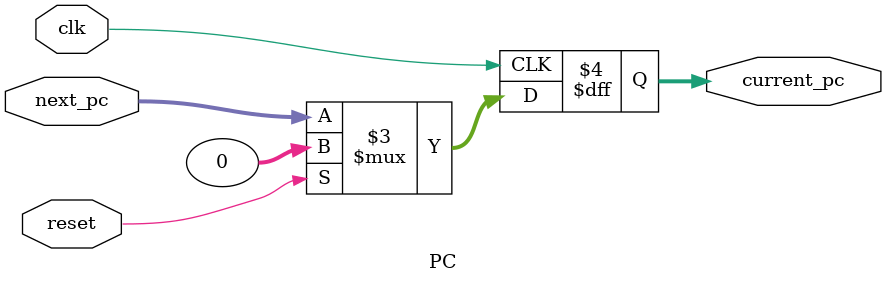
<source format=v>
`timescale 1ns / 1ps


module PC(
    input reset,       // input (Use reset to initialize PC. Initial value must be 0)
    input clk,         // input
    input [31:0] next_pc, // input
    output reg [31:0] current_pc  // output

    );
    
    always @(posedge clk)begin

    current_pc <= (!reset) ? next_pc : 0;
    
end
endmodule

</source>
